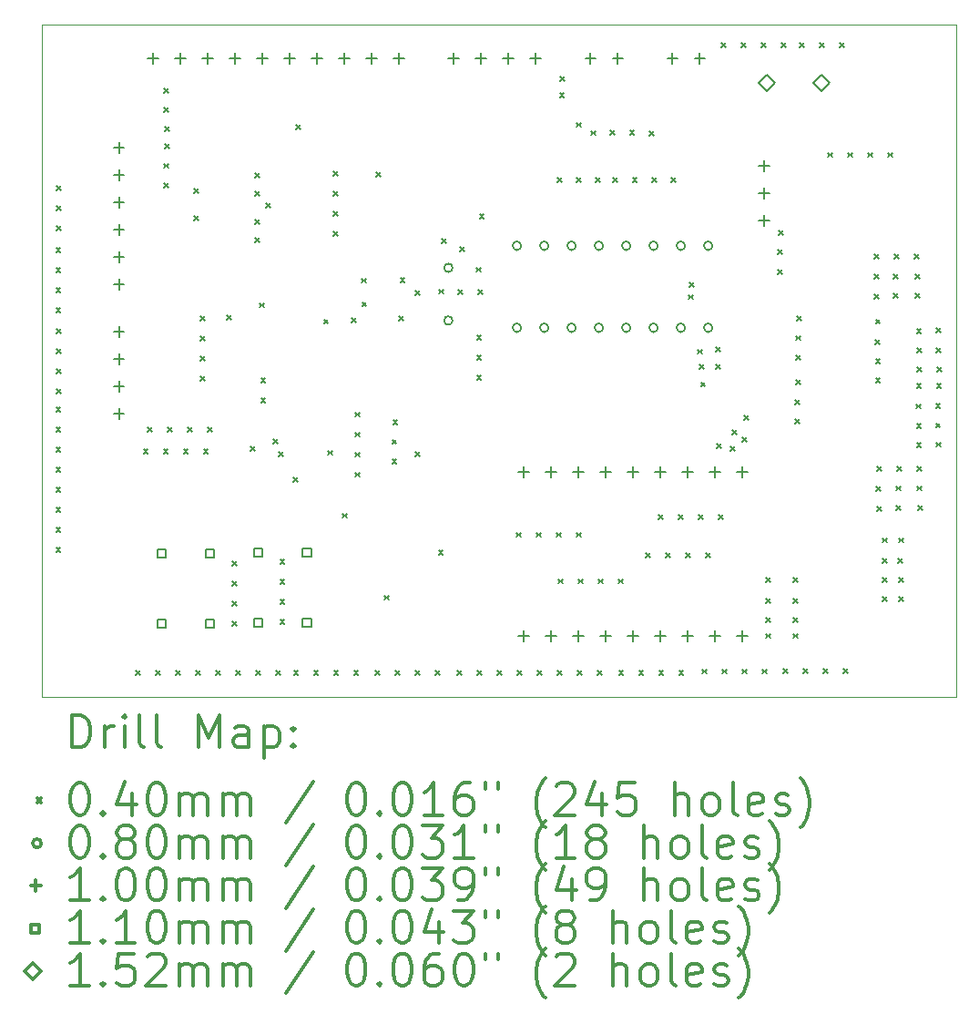
<source format=gbr>
%FSLAX45Y45*%
G04 Gerber Fmt 4.5, Leading zero omitted, Abs format (unit mm)*
G04 Created by KiCad (PCBNEW (5.1.2)-1) date 2019-06-29 15:07:58*
%MOMM*%
%LPD*%
G04 APERTURE LIST*
%ADD10C,0.050000*%
%ADD11C,0.200000*%
%ADD12C,0.300000*%
G04 APERTURE END LIST*
D10*
X10700000Y-12400000D02*
X10700000Y-12246000D01*
X19200000Y-12400000D02*
X10700000Y-12400000D01*
X19200000Y-6150000D02*
X19200000Y-12400000D01*
X10700000Y-6150000D02*
X19200000Y-6150000D01*
X10700000Y-6150000D02*
X10700000Y-12246000D01*
D11*
X10835960Y-8224840D02*
X10875960Y-8264840D01*
X10875960Y-8224840D02*
X10835960Y-8264840D01*
X10835960Y-8411107D02*
X10875960Y-8451107D01*
X10875960Y-8411107D02*
X10835960Y-8451107D01*
X10835960Y-8597373D02*
X10875960Y-8637373D01*
X10875960Y-8597373D02*
X10835960Y-8637373D01*
X10835960Y-8783640D02*
X10875960Y-8823640D01*
X10875960Y-8783640D02*
X10835960Y-8823640D01*
X10835960Y-9708200D02*
X10875960Y-9748200D01*
X10875960Y-9708200D02*
X10835960Y-9748200D01*
X10835960Y-9894467D02*
X10875960Y-9934467D01*
X10875960Y-9894467D02*
X10835960Y-9934467D01*
X10835960Y-10080733D02*
X10875960Y-10120733D01*
X10875960Y-10080733D02*
X10835960Y-10120733D01*
X10835960Y-10267000D02*
X10875960Y-10307000D01*
X10875960Y-10267000D02*
X10835960Y-10307000D01*
X10835960Y-10449880D02*
X10875960Y-10489880D01*
X10875960Y-10449880D02*
X10835960Y-10489880D01*
X10835960Y-10636147D02*
X10875960Y-10676147D01*
X10875960Y-10636147D02*
X10835960Y-10676147D01*
X10835960Y-10822413D02*
X10875960Y-10862413D01*
X10875960Y-10822413D02*
X10835960Y-10862413D01*
X10835960Y-11008680D02*
X10875960Y-11048680D01*
X10875960Y-11008680D02*
X10835960Y-11048680D01*
X10841040Y-7649107D02*
X10881040Y-7689107D01*
X10881040Y-7649107D02*
X10841040Y-7689107D01*
X10841040Y-7835373D02*
X10881040Y-7875373D01*
X10881040Y-7835373D02*
X10841040Y-7875373D01*
X10841040Y-8021640D02*
X10881040Y-8061640D01*
X10881040Y-8021640D02*
X10841040Y-8061640D01*
X10841040Y-8981760D02*
X10881040Y-9021760D01*
X10881040Y-8981760D02*
X10841040Y-9021760D01*
X10841040Y-9168027D02*
X10881040Y-9208027D01*
X10881040Y-9168027D02*
X10841040Y-9208027D01*
X10841040Y-9354293D02*
X10881040Y-9394293D01*
X10881040Y-9354293D02*
X10841040Y-9394293D01*
X10841040Y-9540560D02*
X10881040Y-9580560D01*
X10881040Y-9540560D02*
X10841040Y-9580560D01*
X11577640Y-12151680D02*
X11617640Y-12191680D01*
X11617640Y-12151680D02*
X11577640Y-12191680D01*
X11648760Y-10094280D02*
X11688760Y-10134280D01*
X11688760Y-10094280D02*
X11648760Y-10134280D01*
X11684320Y-9891080D02*
X11724320Y-9931080D01*
X11724320Y-9891080D02*
X11684320Y-9931080D01*
X11763907Y-12151680D02*
X11803907Y-12191680D01*
X11803907Y-12151680D02*
X11763907Y-12191680D01*
X11835027Y-10094280D02*
X11875027Y-10134280D01*
X11875027Y-10094280D02*
X11835027Y-10134280D01*
X11836720Y-7442520D02*
X11876720Y-7482520D01*
X11876720Y-7442520D02*
X11836720Y-7482520D01*
X11836720Y-7625400D02*
X11876720Y-7665400D01*
X11876720Y-7625400D02*
X11836720Y-7665400D01*
X11841800Y-6741480D02*
X11881800Y-6781480D01*
X11881800Y-6741480D02*
X11841800Y-6781480D01*
X11841800Y-6924360D02*
X11881800Y-6964360D01*
X11881800Y-6924360D02*
X11841800Y-6964360D01*
X11845187Y-7259640D02*
X11885187Y-7299640D01*
X11885187Y-7259640D02*
X11845187Y-7299640D01*
X11846880Y-7102160D02*
X11886880Y-7142160D01*
X11886880Y-7102160D02*
X11846880Y-7142160D01*
X11870587Y-9891080D02*
X11910587Y-9931080D01*
X11910587Y-9891080D02*
X11870587Y-9931080D01*
X11950173Y-12151680D02*
X11990173Y-12191680D01*
X11990173Y-12151680D02*
X11950173Y-12191680D01*
X12021293Y-10094280D02*
X12061293Y-10134280D01*
X12061293Y-10094280D02*
X12021293Y-10134280D01*
X12056853Y-9891080D02*
X12096853Y-9931080D01*
X12096853Y-9891080D02*
X12056853Y-9931080D01*
X12121200Y-7676200D02*
X12161200Y-7716200D01*
X12161200Y-7676200D02*
X12121200Y-7716200D01*
X12121200Y-7930200D02*
X12161200Y-7970200D01*
X12161200Y-7930200D02*
X12121200Y-7970200D01*
X12136440Y-12151680D02*
X12176440Y-12191680D01*
X12176440Y-12151680D02*
X12136440Y-12191680D01*
X12177080Y-8859840D02*
X12217080Y-8899840D01*
X12217080Y-8859840D02*
X12177080Y-8899840D01*
X12177080Y-9046107D02*
X12217080Y-9086107D01*
X12217080Y-9046107D02*
X12177080Y-9086107D01*
X12177080Y-9232373D02*
X12217080Y-9272373D01*
X12217080Y-9232373D02*
X12177080Y-9272373D01*
X12177080Y-9418640D02*
X12217080Y-9458640D01*
X12217080Y-9418640D02*
X12177080Y-9458640D01*
X12207560Y-10094280D02*
X12247560Y-10134280D01*
X12247560Y-10094280D02*
X12207560Y-10134280D01*
X12243120Y-9891080D02*
X12283120Y-9931080D01*
X12283120Y-9891080D02*
X12243120Y-9931080D01*
X12319320Y-12151680D02*
X12359320Y-12191680D01*
X12359320Y-12151680D02*
X12319320Y-12191680D01*
X12426000Y-8854760D02*
X12466000Y-8894760D01*
X12466000Y-8854760D02*
X12426000Y-8894760D01*
X12476800Y-11140760D02*
X12516800Y-11180760D01*
X12516800Y-11140760D02*
X12476800Y-11180760D01*
X12476800Y-11327027D02*
X12516800Y-11367027D01*
X12516800Y-11327027D02*
X12476800Y-11367027D01*
X12476800Y-11513293D02*
X12516800Y-11553293D01*
X12516800Y-11513293D02*
X12476800Y-11553293D01*
X12476800Y-11699560D02*
X12516800Y-11739560D01*
X12516800Y-11699560D02*
X12476800Y-11739560D01*
X12505587Y-12151680D02*
X12545587Y-12191680D01*
X12545587Y-12151680D02*
X12505587Y-12191680D01*
X12644440Y-10068880D02*
X12684440Y-10108880D01*
X12684440Y-10068880D02*
X12644440Y-10108880D01*
X12685080Y-7528880D02*
X12725080Y-7568880D01*
X12725080Y-7528880D02*
X12685080Y-7568880D01*
X12685080Y-7701600D02*
X12725080Y-7741600D01*
X12725080Y-7701600D02*
X12685080Y-7741600D01*
X12685080Y-7960680D02*
X12725080Y-8000680D01*
X12725080Y-7960680D02*
X12685080Y-8000680D01*
X12685080Y-8133400D02*
X12725080Y-8173400D01*
X12725080Y-8133400D02*
X12685080Y-8173400D01*
X12691853Y-12151680D02*
X12731853Y-12191680D01*
X12731853Y-12151680D02*
X12691853Y-12191680D01*
X12725720Y-8737920D02*
X12765720Y-8777920D01*
X12765720Y-8737920D02*
X12725720Y-8777920D01*
X12740960Y-9433880D02*
X12780960Y-9473880D01*
X12780960Y-9433880D02*
X12740960Y-9473880D01*
X12740960Y-9620147D02*
X12780960Y-9660147D01*
X12780960Y-9620147D02*
X12740960Y-9660147D01*
X12786680Y-7813360D02*
X12826680Y-7853360D01*
X12826680Y-7813360D02*
X12786680Y-7853360D01*
X12857800Y-10002840D02*
X12897800Y-10042840D01*
X12897800Y-10002840D02*
X12857800Y-10042840D01*
X12878120Y-12151680D02*
X12918120Y-12191680D01*
X12918120Y-12151680D02*
X12878120Y-12191680D01*
X12903520Y-10124760D02*
X12943520Y-10164760D01*
X12943520Y-10124760D02*
X12903520Y-10164760D01*
X12918760Y-11120440D02*
X12958760Y-11160440D01*
X12958760Y-11120440D02*
X12918760Y-11160440D01*
X12918760Y-11306707D02*
X12958760Y-11346707D01*
X12958760Y-11306707D02*
X12918760Y-11346707D01*
X12918760Y-11492973D02*
X12958760Y-11532973D01*
X12958760Y-11492973D02*
X12918760Y-11532973D01*
X12918760Y-11679240D02*
X12958760Y-11719240D01*
X12958760Y-11679240D02*
X12918760Y-11719240D01*
X13041950Y-10362250D02*
X13081950Y-10402250D01*
X13081950Y-10362250D02*
X13041950Y-10402250D01*
X13045760Y-12156760D02*
X13085760Y-12196760D01*
X13085760Y-12156760D02*
X13045760Y-12196760D01*
X13067350Y-7085650D02*
X13107350Y-7125650D01*
X13107350Y-7085650D02*
X13067350Y-7125650D01*
X13232027Y-12156760D02*
X13272027Y-12196760D01*
X13272027Y-12156760D02*
X13232027Y-12196760D01*
X13325160Y-8890320D02*
X13365160Y-8930320D01*
X13365160Y-8890320D02*
X13325160Y-8930320D01*
X13360720Y-10109520D02*
X13400720Y-10149520D01*
X13400720Y-10109520D02*
X13360720Y-10149520D01*
X13416600Y-7513640D02*
X13456600Y-7553640D01*
X13456600Y-7513640D02*
X13416600Y-7553640D01*
X13416600Y-7699907D02*
X13456600Y-7739907D01*
X13456600Y-7699907D02*
X13416600Y-7739907D01*
X13416600Y-7886173D02*
X13456600Y-7926173D01*
X13456600Y-7886173D02*
X13416600Y-7926173D01*
X13416600Y-8072440D02*
X13456600Y-8112440D01*
X13456600Y-8072440D02*
X13416600Y-8112440D01*
X13418293Y-12156760D02*
X13458293Y-12196760D01*
X13458293Y-12156760D02*
X13418293Y-12196760D01*
X13497880Y-10693720D02*
X13537880Y-10733720D01*
X13537880Y-10693720D02*
X13497880Y-10733720D01*
X13580000Y-8880000D02*
X13620000Y-8920000D01*
X13620000Y-8880000D02*
X13580000Y-8920000D01*
X13604560Y-12156760D02*
X13644560Y-12196760D01*
X13644560Y-12156760D02*
X13604560Y-12196760D01*
X13614720Y-9753920D02*
X13654720Y-9793920D01*
X13654720Y-9753920D02*
X13614720Y-9793920D01*
X13614720Y-9940187D02*
X13654720Y-9980187D01*
X13654720Y-9940187D02*
X13614720Y-9980187D01*
X13614720Y-10126453D02*
X13654720Y-10166453D01*
X13654720Y-10126453D02*
X13614720Y-10166453D01*
X13614720Y-10312720D02*
X13654720Y-10352720D01*
X13654720Y-10312720D02*
X13614720Y-10352720D01*
X13675680Y-8509320D02*
X13715680Y-8549320D01*
X13715680Y-8509320D02*
X13675680Y-8549320D01*
X13680000Y-8730000D02*
X13720000Y-8770000D01*
X13720000Y-8730000D02*
X13680000Y-8770000D01*
X13802680Y-12151680D02*
X13842680Y-12191680D01*
X13842680Y-12151680D02*
X13802680Y-12191680D01*
X13812840Y-7523800D02*
X13852840Y-7563800D01*
X13852840Y-7523800D02*
X13812840Y-7563800D01*
X13889040Y-11455720D02*
X13929040Y-11495720D01*
X13929040Y-11455720D02*
X13889040Y-11495720D01*
X13960160Y-10007920D02*
X14000160Y-10047920D01*
X14000160Y-10007920D02*
X13960160Y-10047920D01*
X13960160Y-10190800D02*
X14000160Y-10230800D01*
X14000160Y-10190800D02*
X13960160Y-10230800D01*
X13968627Y-9825040D02*
X14008627Y-9865040D01*
X14008627Y-9825040D02*
X13968627Y-9865040D01*
X13988947Y-12151680D02*
X14028947Y-12191680D01*
X14028947Y-12151680D02*
X13988947Y-12191680D01*
X14021120Y-8858147D02*
X14061120Y-8898147D01*
X14061120Y-8858147D02*
X14021120Y-8898147D01*
X14036360Y-8504240D02*
X14076360Y-8544240D01*
X14076360Y-8504240D02*
X14036360Y-8544240D01*
X14173520Y-10119680D02*
X14213520Y-10159680D01*
X14213520Y-10119680D02*
X14173520Y-10159680D01*
X14175213Y-12151680D02*
X14215213Y-12191680D01*
X14215213Y-12151680D02*
X14175213Y-12191680D01*
X14178600Y-8621080D02*
X14218600Y-8661080D01*
X14218600Y-8621080D02*
X14178600Y-8661080D01*
X14361480Y-12151680D02*
X14401480Y-12191680D01*
X14401480Y-12151680D02*
X14361480Y-12191680D01*
X14391960Y-11039160D02*
X14431960Y-11079160D01*
X14431960Y-11039160D02*
X14391960Y-11079160D01*
X14397040Y-8610920D02*
X14437040Y-8650920D01*
X14437040Y-8610920D02*
X14397040Y-8650920D01*
X14422440Y-8138480D02*
X14462440Y-8178480D01*
X14462440Y-8138480D02*
X14422440Y-8178480D01*
X14564680Y-12156760D02*
X14604680Y-12196760D01*
X14604680Y-12156760D02*
X14564680Y-12196760D01*
X14571453Y-8616000D02*
X14611453Y-8656000D01*
X14611453Y-8616000D02*
X14571453Y-8656000D01*
X14590080Y-8219760D02*
X14630080Y-8259760D01*
X14630080Y-8219760D02*
X14590080Y-8259760D01*
X14742480Y-8407720D02*
X14782480Y-8447720D01*
X14782480Y-8407720D02*
X14742480Y-8447720D01*
X14747560Y-9037640D02*
X14787560Y-9077640D01*
X14787560Y-9037640D02*
X14747560Y-9077640D01*
X14747560Y-9223907D02*
X14787560Y-9263907D01*
X14787560Y-9223907D02*
X14747560Y-9263907D01*
X14747560Y-9410173D02*
X14787560Y-9450173D01*
X14787560Y-9410173D02*
X14747560Y-9450173D01*
X14750947Y-12156760D02*
X14790947Y-12196760D01*
X14790947Y-12156760D02*
X14750947Y-12196760D01*
X14757720Y-8616000D02*
X14797720Y-8656000D01*
X14797720Y-8616000D02*
X14757720Y-8656000D01*
X14772960Y-7909880D02*
X14812960Y-7949880D01*
X14812960Y-7909880D02*
X14772960Y-7949880D01*
X14937213Y-12156760D02*
X14977213Y-12196760D01*
X14977213Y-12156760D02*
X14937213Y-12196760D01*
X15113320Y-10871520D02*
X15153320Y-10911520D01*
X15153320Y-10871520D02*
X15113320Y-10911520D01*
X15123480Y-12156760D02*
X15163480Y-12196760D01*
X15163480Y-12156760D02*
X15123480Y-12196760D01*
X15299587Y-10871520D02*
X15339587Y-10911520D01*
X15339587Y-10871520D02*
X15299587Y-10911520D01*
X15311440Y-12156760D02*
X15351440Y-12196760D01*
X15351440Y-12156760D02*
X15311440Y-12196760D01*
X15485853Y-10871520D02*
X15525853Y-10911520D01*
X15525853Y-10871520D02*
X15485853Y-10911520D01*
X15494320Y-7574600D02*
X15534320Y-7614600D01*
X15534320Y-7574600D02*
X15494320Y-7614600D01*
X15497707Y-12156760D02*
X15537707Y-12196760D01*
X15537707Y-12156760D02*
X15497707Y-12196760D01*
X15504480Y-11303320D02*
X15544480Y-11343320D01*
X15544480Y-11303320D02*
X15504480Y-11343320D01*
X15518450Y-6787200D02*
X15558450Y-6827200D01*
X15558450Y-6787200D02*
X15518450Y-6827200D01*
X15524800Y-6634800D02*
X15564800Y-6674800D01*
X15564800Y-6634800D02*
X15524800Y-6674800D01*
X15672120Y-10871520D02*
X15712120Y-10911520D01*
X15712120Y-10871520D02*
X15672120Y-10911520D01*
X15677200Y-7062208D02*
X15717200Y-7102208D01*
X15717200Y-7062208D02*
X15677200Y-7102208D01*
X15677200Y-7574600D02*
X15717200Y-7614600D01*
X15717200Y-7574600D02*
X15677200Y-7614600D01*
X15683973Y-12156760D02*
X15723973Y-12196760D01*
X15723973Y-12156760D02*
X15683973Y-12196760D01*
X15690747Y-11303320D02*
X15730747Y-11343320D01*
X15730747Y-11303320D02*
X15690747Y-11343320D01*
X15809280Y-7137720D02*
X15849280Y-7177720D01*
X15849280Y-7137720D02*
X15809280Y-7177720D01*
X15855000Y-7574600D02*
X15895000Y-7614600D01*
X15895000Y-7574600D02*
X15855000Y-7614600D01*
X15870240Y-12156760D02*
X15910240Y-12196760D01*
X15910240Y-12156760D02*
X15870240Y-12196760D01*
X15877013Y-11303320D02*
X15917013Y-11343320D01*
X15917013Y-11303320D02*
X15877013Y-11343320D01*
X15987080Y-7132640D02*
X16027080Y-7172640D01*
X16027080Y-7132640D02*
X15987080Y-7172640D01*
X16012480Y-7574600D02*
X16052480Y-7614600D01*
X16052480Y-7574600D02*
X16012480Y-7614600D01*
X16063280Y-11303320D02*
X16103280Y-11343320D01*
X16103280Y-11303320D02*
X16063280Y-11343320D01*
X16068360Y-12156760D02*
X16108360Y-12196760D01*
X16108360Y-12156760D02*
X16068360Y-12196760D01*
X16169960Y-7132640D02*
X16209960Y-7172640D01*
X16209960Y-7132640D02*
X16169960Y-7172640D01*
X16195360Y-7574600D02*
X16235360Y-7614600D01*
X16235360Y-7574600D02*
X16195360Y-7614600D01*
X16254627Y-12156760D02*
X16294627Y-12196760D01*
X16294627Y-12156760D02*
X16254627Y-12196760D01*
X16317280Y-11059480D02*
X16357280Y-11099480D01*
X16357280Y-11059480D02*
X16317280Y-11099480D01*
X16352840Y-7141107D02*
X16392840Y-7181107D01*
X16392840Y-7141107D02*
X16352840Y-7181107D01*
X16378240Y-7574600D02*
X16418240Y-7614600D01*
X16418240Y-7574600D02*
X16378240Y-7614600D01*
X16439200Y-10703880D02*
X16479200Y-10743880D01*
X16479200Y-10703880D02*
X16439200Y-10743880D01*
X16440893Y-12156760D02*
X16480893Y-12196760D01*
X16480893Y-12156760D02*
X16440893Y-12196760D01*
X16503547Y-11059480D02*
X16543547Y-11099480D01*
X16543547Y-11059480D02*
X16503547Y-11099480D01*
X16556040Y-7574600D02*
X16596040Y-7614600D01*
X16596040Y-7574600D02*
X16556040Y-7614600D01*
X16625467Y-10703880D02*
X16665467Y-10743880D01*
X16665467Y-10703880D02*
X16625467Y-10743880D01*
X16627160Y-12156760D02*
X16667160Y-12196760D01*
X16667160Y-12156760D02*
X16627160Y-12196760D01*
X16689813Y-11059480D02*
X16729813Y-11099480D01*
X16729813Y-11059480D02*
X16689813Y-11099480D01*
X16718600Y-8661720D02*
X16758600Y-8701720D01*
X16758600Y-8661720D02*
X16718600Y-8701720D01*
X16723680Y-8544880D02*
X16763680Y-8584880D01*
X16763680Y-8544880D02*
X16723680Y-8584880D01*
X16799880Y-9169720D02*
X16839880Y-9209720D01*
X16839880Y-9169720D02*
X16799880Y-9209720D01*
X16811733Y-10703880D02*
X16851733Y-10743880D01*
X16851733Y-10703880D02*
X16811733Y-10743880D01*
X16820200Y-9311960D02*
X16860200Y-9351960D01*
X16860200Y-9311960D02*
X16820200Y-9351960D01*
X16830360Y-9474520D02*
X16870360Y-9514520D01*
X16870360Y-9474520D02*
X16830360Y-9514520D01*
X16840520Y-12141520D02*
X16880520Y-12181520D01*
X16880520Y-12141520D02*
X16840520Y-12181520D01*
X16876080Y-11059480D02*
X16916080Y-11099480D01*
X16916080Y-11059480D02*
X16876080Y-11099480D01*
X16967520Y-9149400D02*
X17007520Y-9189400D01*
X17007520Y-9149400D02*
X16967520Y-9189400D01*
X16967520Y-9306880D02*
X17007520Y-9346880D01*
X17007520Y-9306880D02*
X16967520Y-9346880D01*
X16977680Y-10043480D02*
X17017680Y-10083480D01*
X17017680Y-10043480D02*
X16977680Y-10083480D01*
X16998000Y-10703880D02*
X17038000Y-10743880D01*
X17038000Y-10703880D02*
X16998000Y-10743880D01*
X17023400Y-6319840D02*
X17063400Y-6359840D01*
X17063400Y-6319840D02*
X17023400Y-6359840D01*
X17026787Y-12141520D02*
X17066787Y-12181520D01*
X17066787Y-12141520D02*
X17026787Y-12181520D01*
X17104680Y-10068880D02*
X17144680Y-10108880D01*
X17144680Y-10068880D02*
X17104680Y-10108880D01*
X17119920Y-9921560D02*
X17159920Y-9961560D01*
X17159920Y-9921560D02*
X17119920Y-9961560D01*
X17209667Y-6319840D02*
X17249667Y-6359840D01*
X17249667Y-6319840D02*
X17209667Y-6359840D01*
X17213053Y-12141520D02*
X17253053Y-12181520D01*
X17253053Y-12141520D02*
X17213053Y-12181520D01*
X17216440Y-9987600D02*
X17256440Y-10027600D01*
X17256440Y-9987600D02*
X17216440Y-10027600D01*
X17231680Y-9784400D02*
X17271680Y-9824400D01*
X17271680Y-9784400D02*
X17231680Y-9824400D01*
X17395933Y-6319840D02*
X17435933Y-6359840D01*
X17435933Y-6319840D02*
X17395933Y-6359840D01*
X17399320Y-12141520D02*
X17439320Y-12181520D01*
X17439320Y-12141520D02*
X17399320Y-12181520D01*
X17434880Y-11293160D02*
X17474880Y-11333160D01*
X17474880Y-11293160D02*
X17434880Y-11333160D01*
X17434880Y-11486200D02*
X17474880Y-11526200D01*
X17474880Y-11486200D02*
X17434880Y-11526200D01*
X17434880Y-11664000D02*
X17474880Y-11704000D01*
X17474880Y-11664000D02*
X17434880Y-11704000D01*
X17434880Y-11811320D02*
X17474880Y-11851320D01*
X17474880Y-11811320D02*
X17434880Y-11851320D01*
X17546640Y-8245160D02*
X17586640Y-8285160D01*
X17586640Y-8245160D02*
X17546640Y-8285160D01*
X17546640Y-8428040D02*
X17586640Y-8468040D01*
X17586640Y-8428040D02*
X17546640Y-8468040D01*
X17555107Y-8062280D02*
X17595107Y-8102280D01*
X17595107Y-8062280D02*
X17555107Y-8102280D01*
X17582200Y-6319840D02*
X17622200Y-6359840D01*
X17622200Y-6319840D02*
X17582200Y-6359840D01*
X17597440Y-12136440D02*
X17637440Y-12176440D01*
X17637440Y-12136440D02*
X17597440Y-12176440D01*
X17688880Y-11293160D02*
X17728880Y-11333160D01*
X17728880Y-11293160D02*
X17688880Y-11333160D01*
X17688880Y-11486200D02*
X17728880Y-11526200D01*
X17728880Y-11486200D02*
X17688880Y-11526200D01*
X17688880Y-11664000D02*
X17728880Y-11704000D01*
X17728880Y-11664000D02*
X17688880Y-11704000D01*
X17688880Y-11811320D02*
X17728880Y-11851320D01*
X17728880Y-11811320D02*
X17688880Y-11851320D01*
X17709200Y-9637080D02*
X17749200Y-9677080D01*
X17749200Y-9637080D02*
X17709200Y-9677080D01*
X17709200Y-9819960D02*
X17749200Y-9859960D01*
X17749200Y-9819960D02*
X17709200Y-9859960D01*
X17714280Y-9042720D02*
X17754280Y-9082720D01*
X17754280Y-9042720D02*
X17714280Y-9082720D01*
X17714280Y-9225600D02*
X17754280Y-9265600D01*
X17754280Y-9225600D02*
X17714280Y-9265600D01*
X17717667Y-9454200D02*
X17757667Y-9494200D01*
X17757667Y-9454200D02*
X17717667Y-9494200D01*
X17722747Y-8859840D02*
X17762747Y-8899840D01*
X17762747Y-8859840D02*
X17722747Y-8899840D01*
X17749840Y-6319840D02*
X17789840Y-6359840D01*
X17789840Y-6319840D02*
X17749840Y-6359840D01*
X17783707Y-12136440D02*
X17823707Y-12176440D01*
X17823707Y-12136440D02*
X17783707Y-12176440D01*
X17936107Y-6319840D02*
X17976107Y-6359840D01*
X17976107Y-6319840D02*
X17936107Y-6359840D01*
X17969973Y-12136440D02*
X18009973Y-12176440D01*
X18009973Y-12136440D02*
X17969973Y-12176440D01*
X18008920Y-7340920D02*
X18048920Y-7380920D01*
X18048920Y-7340920D02*
X18008920Y-7380920D01*
X18122373Y-6319840D02*
X18162373Y-6359840D01*
X18162373Y-6319840D02*
X18122373Y-6359840D01*
X18156240Y-12136440D02*
X18196240Y-12176440D01*
X18196240Y-12136440D02*
X18156240Y-12176440D01*
X18195187Y-7340920D02*
X18235187Y-7380920D01*
X18235187Y-7340920D02*
X18195187Y-7380920D01*
X18381453Y-7340920D02*
X18421453Y-7380920D01*
X18421453Y-7340920D02*
X18381453Y-7380920D01*
X18440720Y-8473760D02*
X18480720Y-8513760D01*
X18480720Y-8473760D02*
X18440720Y-8513760D01*
X18445800Y-8285800D02*
X18485800Y-8325800D01*
X18485800Y-8285800D02*
X18445800Y-8325800D01*
X18445800Y-8656640D02*
X18485800Y-8696640D01*
X18485800Y-8656640D02*
X18445800Y-8696640D01*
X18450880Y-9078280D02*
X18490880Y-9118280D01*
X18490880Y-9078280D02*
X18450880Y-9118280D01*
X18455960Y-8890320D02*
X18495960Y-8930320D01*
X18495960Y-8890320D02*
X18455960Y-8930320D01*
X18455960Y-9261160D02*
X18495960Y-9301160D01*
X18495960Y-9261160D02*
X18455960Y-9301160D01*
X18455960Y-9438960D02*
X18495960Y-9478960D01*
X18495960Y-9438960D02*
X18455960Y-9478960D01*
X18461040Y-10444800D02*
X18501040Y-10484800D01*
X18501040Y-10444800D02*
X18461040Y-10484800D01*
X18466120Y-10256840D02*
X18506120Y-10296840D01*
X18506120Y-10256840D02*
X18466120Y-10296840D01*
X18466120Y-10627680D02*
X18506120Y-10667680D01*
X18506120Y-10627680D02*
X18466120Y-10667680D01*
X18516920Y-11110280D02*
X18556920Y-11150280D01*
X18556920Y-11110280D02*
X18516920Y-11150280D01*
X18522000Y-10922320D02*
X18562000Y-10962320D01*
X18562000Y-10922320D02*
X18522000Y-10962320D01*
X18522000Y-11293160D02*
X18562000Y-11333160D01*
X18562000Y-11293160D02*
X18522000Y-11333160D01*
X18522000Y-11470960D02*
X18562000Y-11510960D01*
X18562000Y-11470960D02*
X18522000Y-11510960D01*
X18567720Y-7340920D02*
X18607720Y-7380920D01*
X18607720Y-7340920D02*
X18567720Y-7380920D01*
X18623600Y-8468680D02*
X18663600Y-8508680D01*
X18663600Y-8468680D02*
X18623600Y-8508680D01*
X18623600Y-8651560D02*
X18663600Y-8691560D01*
X18663600Y-8651560D02*
X18623600Y-8691560D01*
X18632067Y-8285800D02*
X18672067Y-8325800D01*
X18672067Y-8285800D02*
X18632067Y-8325800D01*
X18643920Y-10439720D02*
X18683920Y-10479720D01*
X18683920Y-10439720D02*
X18643920Y-10479720D01*
X18643920Y-10622600D02*
X18683920Y-10662600D01*
X18683920Y-10622600D02*
X18643920Y-10662600D01*
X18652387Y-10256840D02*
X18692387Y-10296840D01*
X18692387Y-10256840D02*
X18652387Y-10296840D01*
X18664240Y-11110280D02*
X18704240Y-11150280D01*
X18704240Y-11110280D02*
X18664240Y-11150280D01*
X18669320Y-10922320D02*
X18709320Y-10962320D01*
X18709320Y-10922320D02*
X18669320Y-10962320D01*
X18669320Y-11293160D02*
X18709320Y-11333160D01*
X18709320Y-11293160D02*
X18669320Y-11333160D01*
X18669320Y-11470960D02*
X18709320Y-11510960D01*
X18709320Y-11470960D02*
X18669320Y-11510960D01*
X18818333Y-8285800D02*
X18858333Y-8325800D01*
X18858333Y-8285800D02*
X18818333Y-8325800D01*
X18821720Y-8468680D02*
X18861720Y-8508680D01*
X18861720Y-8468680D02*
X18821720Y-8508680D01*
X18826800Y-8651560D02*
X18866800Y-8691560D01*
X18866800Y-8651560D02*
X18826800Y-8691560D01*
X18831880Y-9677720D02*
X18871880Y-9717720D01*
X18871880Y-9677720D02*
X18831880Y-9717720D01*
X18836960Y-8976680D02*
X18876960Y-9016680D01*
X18876960Y-8976680D02*
X18836960Y-9016680D01*
X18836960Y-9489760D02*
X18876960Y-9529760D01*
X18876960Y-9489760D02*
X18836960Y-9529760D01*
X18836960Y-9860600D02*
X18876960Y-9900600D01*
X18876960Y-9860600D02*
X18836960Y-9900600D01*
X18836960Y-10038400D02*
X18876960Y-10078400D01*
X18876960Y-10038400D02*
X18836960Y-10078400D01*
X18838653Y-10256840D02*
X18878653Y-10296840D01*
X18878653Y-10256840D02*
X18838653Y-10296840D01*
X18842040Y-9159560D02*
X18882040Y-9199560D01*
X18882040Y-9159560D02*
X18842040Y-9199560D01*
X18842040Y-9337360D02*
X18882040Y-9377360D01*
X18882040Y-9337360D02*
X18842040Y-9377360D01*
X18842040Y-10439720D02*
X18882040Y-10479720D01*
X18882040Y-10439720D02*
X18842040Y-10479720D01*
X18847120Y-10622600D02*
X18887120Y-10662600D01*
X18887120Y-10622600D02*
X18847120Y-10662600D01*
X19014760Y-9672640D02*
X19054760Y-9712640D01*
X19054760Y-9672640D02*
X19014760Y-9712640D01*
X19014760Y-9855520D02*
X19054760Y-9895520D01*
X19054760Y-9855520D02*
X19014760Y-9895520D01*
X19019840Y-8971600D02*
X19059840Y-9011600D01*
X19059840Y-8971600D02*
X19019840Y-9011600D01*
X19019840Y-9154480D02*
X19059840Y-9194480D01*
X19059840Y-9154480D02*
X19019840Y-9194480D01*
X19019840Y-10033320D02*
X19059840Y-10073320D01*
X19059840Y-10033320D02*
X19019840Y-10073320D01*
X19023227Y-9489760D02*
X19063227Y-9529760D01*
X19063227Y-9489760D02*
X19023227Y-9529760D01*
X19024920Y-9332280D02*
X19064920Y-9372280D01*
X19064920Y-9332280D02*
X19024920Y-9372280D01*
X15159200Y-8206000D02*
G75*
G03X15159200Y-8206000I-40000J0D01*
G01*
X15159200Y-8968000D02*
G75*
G03X15159200Y-8968000I-40000J0D01*
G01*
X15413200Y-8206000D02*
G75*
G03X15413200Y-8206000I-40000J0D01*
G01*
X15413200Y-8968000D02*
G75*
G03X15413200Y-8968000I-40000J0D01*
G01*
X15667200Y-8206000D02*
G75*
G03X15667200Y-8206000I-40000J0D01*
G01*
X15667200Y-8968000D02*
G75*
G03X15667200Y-8968000I-40000J0D01*
G01*
X15921200Y-8206000D02*
G75*
G03X15921200Y-8206000I-40000J0D01*
G01*
X15921200Y-8968000D02*
G75*
G03X15921200Y-8968000I-40000J0D01*
G01*
X16175200Y-8206000D02*
G75*
G03X16175200Y-8206000I-40000J0D01*
G01*
X16175200Y-8968000D02*
G75*
G03X16175200Y-8968000I-40000J0D01*
G01*
X16429200Y-8206000D02*
G75*
G03X16429200Y-8206000I-40000J0D01*
G01*
X16429200Y-8968000D02*
G75*
G03X16429200Y-8968000I-40000J0D01*
G01*
X16683200Y-8206000D02*
G75*
G03X16683200Y-8206000I-40000J0D01*
G01*
X16683200Y-8968000D02*
G75*
G03X16683200Y-8968000I-40000J0D01*
G01*
X16937200Y-8206000D02*
G75*
G03X16937200Y-8206000I-40000J0D01*
G01*
X16937200Y-8968000D02*
G75*
G03X16937200Y-8968000I-40000J0D01*
G01*
X14521700Y-8410350D02*
G75*
G03X14521700Y-8410350I-40000J0D01*
G01*
X14521700Y-8900350D02*
G75*
G03X14521700Y-8900350I-40000J0D01*
G01*
X16566050Y-6414800D02*
X16566050Y-6514800D01*
X16516050Y-6464800D02*
X16616050Y-6464800D01*
X16820050Y-6414800D02*
X16820050Y-6514800D01*
X16770050Y-6464800D02*
X16870050Y-6464800D01*
X11419300Y-7244800D02*
X11419300Y-7344800D01*
X11369300Y-7294800D02*
X11469300Y-7294800D01*
X11419300Y-7498800D02*
X11419300Y-7598800D01*
X11369300Y-7548800D02*
X11469300Y-7548800D01*
X11419300Y-7752800D02*
X11419300Y-7852800D01*
X11369300Y-7802800D02*
X11469300Y-7802800D01*
X11419300Y-8006800D02*
X11419300Y-8106800D01*
X11369300Y-8056800D02*
X11469300Y-8056800D01*
X11419300Y-8260800D02*
X11419300Y-8360800D01*
X11369300Y-8310800D02*
X11469300Y-8310800D01*
X11419300Y-8514800D02*
X11419300Y-8614800D01*
X11369300Y-8564800D02*
X11469300Y-8564800D01*
X11733300Y-6414800D02*
X11733300Y-6514800D01*
X11683300Y-6464800D02*
X11783300Y-6464800D01*
X11987300Y-6414800D02*
X11987300Y-6514800D01*
X11937300Y-6464800D02*
X12037300Y-6464800D01*
X12241300Y-6414800D02*
X12241300Y-6514800D01*
X12191300Y-6464800D02*
X12291300Y-6464800D01*
X12495300Y-6414800D02*
X12495300Y-6514800D01*
X12445300Y-6464800D02*
X12545300Y-6464800D01*
X12749300Y-6414800D02*
X12749300Y-6514800D01*
X12699300Y-6464800D02*
X12799300Y-6464800D01*
X13003300Y-6414800D02*
X13003300Y-6514800D01*
X12953300Y-6464800D02*
X13053300Y-6464800D01*
X13257300Y-6414800D02*
X13257300Y-6514800D01*
X13207300Y-6464800D02*
X13307300Y-6464800D01*
X13511300Y-6414800D02*
X13511300Y-6514800D01*
X13461300Y-6464800D02*
X13561300Y-6464800D01*
X13765300Y-6414800D02*
X13765300Y-6514800D01*
X13715300Y-6464800D02*
X13815300Y-6464800D01*
X14019300Y-6414800D02*
X14019300Y-6514800D01*
X13969300Y-6464800D02*
X14069300Y-6464800D01*
X15182700Y-10259500D02*
X15182700Y-10359500D01*
X15132700Y-10309500D02*
X15232700Y-10309500D01*
X15182700Y-11783500D02*
X15182700Y-11883500D01*
X15132700Y-11833500D02*
X15232700Y-11833500D01*
X15436700Y-10259500D02*
X15436700Y-10359500D01*
X15386700Y-10309500D02*
X15486700Y-10309500D01*
X15436700Y-11783500D02*
X15436700Y-11883500D01*
X15386700Y-11833500D02*
X15486700Y-11833500D01*
X15690700Y-10259500D02*
X15690700Y-10359500D01*
X15640700Y-10309500D02*
X15740700Y-10309500D01*
X15690700Y-11783500D02*
X15690700Y-11883500D01*
X15640700Y-11833500D02*
X15740700Y-11833500D01*
X15944700Y-10259500D02*
X15944700Y-10359500D01*
X15894700Y-10309500D02*
X15994700Y-10309500D01*
X15944700Y-11783500D02*
X15944700Y-11883500D01*
X15894700Y-11833500D02*
X15994700Y-11833500D01*
X16198700Y-10259500D02*
X16198700Y-10359500D01*
X16148700Y-10309500D02*
X16248700Y-10309500D01*
X16198700Y-11783500D02*
X16198700Y-11883500D01*
X16148700Y-11833500D02*
X16248700Y-11833500D01*
X16452700Y-10259500D02*
X16452700Y-10359500D01*
X16402700Y-10309500D02*
X16502700Y-10309500D01*
X16452700Y-11783500D02*
X16452700Y-11883500D01*
X16402700Y-11833500D02*
X16502700Y-11833500D01*
X16706700Y-10259500D02*
X16706700Y-10359500D01*
X16656700Y-10309500D02*
X16756700Y-10309500D01*
X16706700Y-11783500D02*
X16706700Y-11883500D01*
X16656700Y-11833500D02*
X16756700Y-11833500D01*
X16960700Y-10259500D02*
X16960700Y-10359500D01*
X16910700Y-10309500D02*
X17010700Y-10309500D01*
X16960700Y-11783500D02*
X16960700Y-11883500D01*
X16910700Y-11833500D02*
X17010700Y-11833500D01*
X17214700Y-10259500D02*
X17214700Y-10359500D01*
X17164700Y-10309500D02*
X17264700Y-10309500D01*
X17214700Y-11783500D02*
X17214700Y-11883500D01*
X17164700Y-11833500D02*
X17264700Y-11833500D01*
X11419300Y-8952800D02*
X11419300Y-9052800D01*
X11369300Y-9002800D02*
X11469300Y-9002800D01*
X11419300Y-9206800D02*
X11419300Y-9306800D01*
X11369300Y-9256800D02*
X11469300Y-9256800D01*
X11419300Y-9460800D02*
X11419300Y-9560800D01*
X11369300Y-9510800D02*
X11469300Y-9510800D01*
X11419300Y-9714800D02*
X11419300Y-9814800D01*
X11369300Y-9764800D02*
X11469300Y-9764800D01*
X14531550Y-6414800D02*
X14531550Y-6514800D01*
X14481550Y-6464800D02*
X14581550Y-6464800D01*
X14785550Y-6414800D02*
X14785550Y-6514800D01*
X14735550Y-6464800D02*
X14835550Y-6464800D01*
X15039550Y-6414800D02*
X15039550Y-6514800D01*
X14989550Y-6464800D02*
X15089550Y-6464800D01*
X15293550Y-6414800D02*
X15293550Y-6514800D01*
X15243550Y-6464800D02*
X15343550Y-6464800D01*
X15803800Y-6414800D02*
X15803800Y-6514800D01*
X15753800Y-6464800D02*
X15853800Y-6464800D01*
X16057800Y-6414800D02*
X16057800Y-6514800D01*
X16007800Y-6464800D02*
X16107800Y-6464800D01*
X17419300Y-7414800D02*
X17419300Y-7514800D01*
X17369300Y-7464800D02*
X17469300Y-7464800D01*
X17419300Y-7668800D02*
X17419300Y-7768800D01*
X17369300Y-7718800D02*
X17469300Y-7718800D01*
X17419300Y-7922800D02*
X17419300Y-8022800D01*
X17369300Y-7972800D02*
X17469300Y-7972800D01*
X12755191Y-11097791D02*
X12755191Y-11020009D01*
X12677409Y-11020009D01*
X12677409Y-11097791D01*
X12755191Y-11097791D01*
X12755191Y-11747791D02*
X12755191Y-11670009D01*
X12677409Y-11670009D01*
X12677409Y-11747791D01*
X12755191Y-11747791D01*
X13205191Y-11097791D02*
X13205191Y-11020009D01*
X13127409Y-11020009D01*
X13127409Y-11097791D01*
X13205191Y-11097791D01*
X13205191Y-11747791D02*
X13205191Y-11670009D01*
X13127409Y-11670009D01*
X13127409Y-11747791D01*
X13205191Y-11747791D01*
X11855191Y-11102791D02*
X11855191Y-11025009D01*
X11777409Y-11025009D01*
X11777409Y-11102791D01*
X11855191Y-11102791D01*
X11855191Y-11752791D02*
X11855191Y-11675009D01*
X11777409Y-11675009D01*
X11777409Y-11752791D01*
X11855191Y-11752791D01*
X12305191Y-11102791D02*
X12305191Y-11025009D01*
X12227409Y-11025009D01*
X12227409Y-11102791D01*
X12305191Y-11102791D01*
X12305191Y-11752791D02*
X12305191Y-11675009D01*
X12227409Y-11675009D01*
X12227409Y-11752791D01*
X12305191Y-11752791D01*
X17444720Y-6765800D02*
X17520720Y-6689800D01*
X17444720Y-6613800D01*
X17368720Y-6689800D01*
X17444720Y-6765800D01*
X17952720Y-6765800D02*
X18028720Y-6689800D01*
X17952720Y-6613800D01*
X17876720Y-6689800D01*
X17952720Y-6765800D01*
D12*
X10983928Y-12868214D02*
X10983928Y-12568214D01*
X11055357Y-12568214D01*
X11098214Y-12582500D01*
X11126786Y-12611071D01*
X11141071Y-12639643D01*
X11155357Y-12696786D01*
X11155357Y-12739643D01*
X11141071Y-12796786D01*
X11126786Y-12825357D01*
X11098214Y-12853929D01*
X11055357Y-12868214D01*
X10983928Y-12868214D01*
X11283928Y-12868214D02*
X11283928Y-12668214D01*
X11283928Y-12725357D02*
X11298214Y-12696786D01*
X11312500Y-12682500D01*
X11341071Y-12668214D01*
X11369643Y-12668214D01*
X11469643Y-12868214D02*
X11469643Y-12668214D01*
X11469643Y-12568214D02*
X11455357Y-12582500D01*
X11469643Y-12596786D01*
X11483928Y-12582500D01*
X11469643Y-12568214D01*
X11469643Y-12596786D01*
X11655357Y-12868214D02*
X11626786Y-12853929D01*
X11612500Y-12825357D01*
X11612500Y-12568214D01*
X11812500Y-12868214D02*
X11783928Y-12853929D01*
X11769643Y-12825357D01*
X11769643Y-12568214D01*
X12155357Y-12868214D02*
X12155357Y-12568214D01*
X12255357Y-12782500D01*
X12355357Y-12568214D01*
X12355357Y-12868214D01*
X12626786Y-12868214D02*
X12626786Y-12711071D01*
X12612500Y-12682500D01*
X12583928Y-12668214D01*
X12526786Y-12668214D01*
X12498214Y-12682500D01*
X12626786Y-12853929D02*
X12598214Y-12868214D01*
X12526786Y-12868214D01*
X12498214Y-12853929D01*
X12483928Y-12825357D01*
X12483928Y-12796786D01*
X12498214Y-12768214D01*
X12526786Y-12753929D01*
X12598214Y-12753929D01*
X12626786Y-12739643D01*
X12769643Y-12668214D02*
X12769643Y-12968214D01*
X12769643Y-12682500D02*
X12798214Y-12668214D01*
X12855357Y-12668214D01*
X12883928Y-12682500D01*
X12898214Y-12696786D01*
X12912500Y-12725357D01*
X12912500Y-12811071D01*
X12898214Y-12839643D01*
X12883928Y-12853929D01*
X12855357Y-12868214D01*
X12798214Y-12868214D01*
X12769643Y-12853929D01*
X13041071Y-12839643D02*
X13055357Y-12853929D01*
X13041071Y-12868214D01*
X13026786Y-12853929D01*
X13041071Y-12839643D01*
X13041071Y-12868214D01*
X13041071Y-12682500D02*
X13055357Y-12696786D01*
X13041071Y-12711071D01*
X13026786Y-12696786D01*
X13041071Y-12682500D01*
X13041071Y-12711071D01*
X10657500Y-13342500D02*
X10697500Y-13382500D01*
X10697500Y-13342500D02*
X10657500Y-13382500D01*
X11041071Y-13198214D02*
X11069643Y-13198214D01*
X11098214Y-13212500D01*
X11112500Y-13226786D01*
X11126786Y-13255357D01*
X11141071Y-13312500D01*
X11141071Y-13383929D01*
X11126786Y-13441071D01*
X11112500Y-13469643D01*
X11098214Y-13483929D01*
X11069643Y-13498214D01*
X11041071Y-13498214D01*
X11012500Y-13483929D01*
X10998214Y-13469643D01*
X10983928Y-13441071D01*
X10969643Y-13383929D01*
X10969643Y-13312500D01*
X10983928Y-13255357D01*
X10998214Y-13226786D01*
X11012500Y-13212500D01*
X11041071Y-13198214D01*
X11269643Y-13469643D02*
X11283928Y-13483929D01*
X11269643Y-13498214D01*
X11255357Y-13483929D01*
X11269643Y-13469643D01*
X11269643Y-13498214D01*
X11541071Y-13298214D02*
X11541071Y-13498214D01*
X11469643Y-13183929D02*
X11398214Y-13398214D01*
X11583928Y-13398214D01*
X11755357Y-13198214D02*
X11783928Y-13198214D01*
X11812500Y-13212500D01*
X11826786Y-13226786D01*
X11841071Y-13255357D01*
X11855357Y-13312500D01*
X11855357Y-13383929D01*
X11841071Y-13441071D01*
X11826786Y-13469643D01*
X11812500Y-13483929D01*
X11783928Y-13498214D01*
X11755357Y-13498214D01*
X11726786Y-13483929D01*
X11712500Y-13469643D01*
X11698214Y-13441071D01*
X11683928Y-13383929D01*
X11683928Y-13312500D01*
X11698214Y-13255357D01*
X11712500Y-13226786D01*
X11726786Y-13212500D01*
X11755357Y-13198214D01*
X11983928Y-13498214D02*
X11983928Y-13298214D01*
X11983928Y-13326786D02*
X11998214Y-13312500D01*
X12026786Y-13298214D01*
X12069643Y-13298214D01*
X12098214Y-13312500D01*
X12112500Y-13341071D01*
X12112500Y-13498214D01*
X12112500Y-13341071D02*
X12126786Y-13312500D01*
X12155357Y-13298214D01*
X12198214Y-13298214D01*
X12226786Y-13312500D01*
X12241071Y-13341071D01*
X12241071Y-13498214D01*
X12383928Y-13498214D02*
X12383928Y-13298214D01*
X12383928Y-13326786D02*
X12398214Y-13312500D01*
X12426786Y-13298214D01*
X12469643Y-13298214D01*
X12498214Y-13312500D01*
X12512500Y-13341071D01*
X12512500Y-13498214D01*
X12512500Y-13341071D02*
X12526786Y-13312500D01*
X12555357Y-13298214D01*
X12598214Y-13298214D01*
X12626786Y-13312500D01*
X12641071Y-13341071D01*
X12641071Y-13498214D01*
X13226786Y-13183929D02*
X12969643Y-13569643D01*
X13612500Y-13198214D02*
X13641071Y-13198214D01*
X13669643Y-13212500D01*
X13683928Y-13226786D01*
X13698214Y-13255357D01*
X13712500Y-13312500D01*
X13712500Y-13383929D01*
X13698214Y-13441071D01*
X13683928Y-13469643D01*
X13669643Y-13483929D01*
X13641071Y-13498214D01*
X13612500Y-13498214D01*
X13583928Y-13483929D01*
X13569643Y-13469643D01*
X13555357Y-13441071D01*
X13541071Y-13383929D01*
X13541071Y-13312500D01*
X13555357Y-13255357D01*
X13569643Y-13226786D01*
X13583928Y-13212500D01*
X13612500Y-13198214D01*
X13841071Y-13469643D02*
X13855357Y-13483929D01*
X13841071Y-13498214D01*
X13826786Y-13483929D01*
X13841071Y-13469643D01*
X13841071Y-13498214D01*
X14041071Y-13198214D02*
X14069643Y-13198214D01*
X14098214Y-13212500D01*
X14112500Y-13226786D01*
X14126786Y-13255357D01*
X14141071Y-13312500D01*
X14141071Y-13383929D01*
X14126786Y-13441071D01*
X14112500Y-13469643D01*
X14098214Y-13483929D01*
X14069643Y-13498214D01*
X14041071Y-13498214D01*
X14012500Y-13483929D01*
X13998214Y-13469643D01*
X13983928Y-13441071D01*
X13969643Y-13383929D01*
X13969643Y-13312500D01*
X13983928Y-13255357D01*
X13998214Y-13226786D01*
X14012500Y-13212500D01*
X14041071Y-13198214D01*
X14426786Y-13498214D02*
X14255357Y-13498214D01*
X14341071Y-13498214D02*
X14341071Y-13198214D01*
X14312500Y-13241071D01*
X14283928Y-13269643D01*
X14255357Y-13283929D01*
X14683928Y-13198214D02*
X14626786Y-13198214D01*
X14598214Y-13212500D01*
X14583928Y-13226786D01*
X14555357Y-13269643D01*
X14541071Y-13326786D01*
X14541071Y-13441071D01*
X14555357Y-13469643D01*
X14569643Y-13483929D01*
X14598214Y-13498214D01*
X14655357Y-13498214D01*
X14683928Y-13483929D01*
X14698214Y-13469643D01*
X14712500Y-13441071D01*
X14712500Y-13369643D01*
X14698214Y-13341071D01*
X14683928Y-13326786D01*
X14655357Y-13312500D01*
X14598214Y-13312500D01*
X14569643Y-13326786D01*
X14555357Y-13341071D01*
X14541071Y-13369643D01*
X14826786Y-13198214D02*
X14826786Y-13255357D01*
X14941071Y-13198214D02*
X14941071Y-13255357D01*
X15383928Y-13612500D02*
X15369643Y-13598214D01*
X15341071Y-13555357D01*
X15326786Y-13526786D01*
X15312500Y-13483929D01*
X15298214Y-13412500D01*
X15298214Y-13355357D01*
X15312500Y-13283929D01*
X15326786Y-13241071D01*
X15341071Y-13212500D01*
X15369643Y-13169643D01*
X15383928Y-13155357D01*
X15483928Y-13226786D02*
X15498214Y-13212500D01*
X15526786Y-13198214D01*
X15598214Y-13198214D01*
X15626786Y-13212500D01*
X15641071Y-13226786D01*
X15655357Y-13255357D01*
X15655357Y-13283929D01*
X15641071Y-13326786D01*
X15469643Y-13498214D01*
X15655357Y-13498214D01*
X15912500Y-13298214D02*
X15912500Y-13498214D01*
X15841071Y-13183929D02*
X15769643Y-13398214D01*
X15955357Y-13398214D01*
X16212500Y-13198214D02*
X16069643Y-13198214D01*
X16055357Y-13341071D01*
X16069643Y-13326786D01*
X16098214Y-13312500D01*
X16169643Y-13312500D01*
X16198214Y-13326786D01*
X16212500Y-13341071D01*
X16226786Y-13369643D01*
X16226786Y-13441071D01*
X16212500Y-13469643D01*
X16198214Y-13483929D01*
X16169643Y-13498214D01*
X16098214Y-13498214D01*
X16069643Y-13483929D01*
X16055357Y-13469643D01*
X16583928Y-13498214D02*
X16583928Y-13198214D01*
X16712500Y-13498214D02*
X16712500Y-13341071D01*
X16698214Y-13312500D01*
X16669643Y-13298214D01*
X16626786Y-13298214D01*
X16598214Y-13312500D01*
X16583928Y-13326786D01*
X16898214Y-13498214D02*
X16869643Y-13483929D01*
X16855357Y-13469643D01*
X16841071Y-13441071D01*
X16841071Y-13355357D01*
X16855357Y-13326786D01*
X16869643Y-13312500D01*
X16898214Y-13298214D01*
X16941071Y-13298214D01*
X16969643Y-13312500D01*
X16983928Y-13326786D01*
X16998214Y-13355357D01*
X16998214Y-13441071D01*
X16983928Y-13469643D01*
X16969643Y-13483929D01*
X16941071Y-13498214D01*
X16898214Y-13498214D01*
X17169643Y-13498214D02*
X17141071Y-13483929D01*
X17126786Y-13455357D01*
X17126786Y-13198214D01*
X17398214Y-13483929D02*
X17369643Y-13498214D01*
X17312500Y-13498214D01*
X17283928Y-13483929D01*
X17269643Y-13455357D01*
X17269643Y-13341071D01*
X17283928Y-13312500D01*
X17312500Y-13298214D01*
X17369643Y-13298214D01*
X17398214Y-13312500D01*
X17412500Y-13341071D01*
X17412500Y-13369643D01*
X17269643Y-13398214D01*
X17526786Y-13483929D02*
X17555357Y-13498214D01*
X17612500Y-13498214D01*
X17641071Y-13483929D01*
X17655357Y-13455357D01*
X17655357Y-13441071D01*
X17641071Y-13412500D01*
X17612500Y-13398214D01*
X17569643Y-13398214D01*
X17541071Y-13383929D01*
X17526786Y-13355357D01*
X17526786Y-13341071D01*
X17541071Y-13312500D01*
X17569643Y-13298214D01*
X17612500Y-13298214D01*
X17641071Y-13312500D01*
X17755357Y-13612500D02*
X17769643Y-13598214D01*
X17798214Y-13555357D01*
X17812500Y-13526786D01*
X17826786Y-13483929D01*
X17841071Y-13412500D01*
X17841071Y-13355357D01*
X17826786Y-13283929D01*
X17812500Y-13241071D01*
X17798214Y-13212500D01*
X17769643Y-13169643D01*
X17755357Y-13155357D01*
X10697500Y-13758500D02*
G75*
G03X10697500Y-13758500I-40000J0D01*
G01*
X11041071Y-13594214D02*
X11069643Y-13594214D01*
X11098214Y-13608500D01*
X11112500Y-13622786D01*
X11126786Y-13651357D01*
X11141071Y-13708500D01*
X11141071Y-13779929D01*
X11126786Y-13837071D01*
X11112500Y-13865643D01*
X11098214Y-13879929D01*
X11069643Y-13894214D01*
X11041071Y-13894214D01*
X11012500Y-13879929D01*
X10998214Y-13865643D01*
X10983928Y-13837071D01*
X10969643Y-13779929D01*
X10969643Y-13708500D01*
X10983928Y-13651357D01*
X10998214Y-13622786D01*
X11012500Y-13608500D01*
X11041071Y-13594214D01*
X11269643Y-13865643D02*
X11283928Y-13879929D01*
X11269643Y-13894214D01*
X11255357Y-13879929D01*
X11269643Y-13865643D01*
X11269643Y-13894214D01*
X11455357Y-13722786D02*
X11426786Y-13708500D01*
X11412500Y-13694214D01*
X11398214Y-13665643D01*
X11398214Y-13651357D01*
X11412500Y-13622786D01*
X11426786Y-13608500D01*
X11455357Y-13594214D01*
X11512500Y-13594214D01*
X11541071Y-13608500D01*
X11555357Y-13622786D01*
X11569643Y-13651357D01*
X11569643Y-13665643D01*
X11555357Y-13694214D01*
X11541071Y-13708500D01*
X11512500Y-13722786D01*
X11455357Y-13722786D01*
X11426786Y-13737071D01*
X11412500Y-13751357D01*
X11398214Y-13779929D01*
X11398214Y-13837071D01*
X11412500Y-13865643D01*
X11426786Y-13879929D01*
X11455357Y-13894214D01*
X11512500Y-13894214D01*
X11541071Y-13879929D01*
X11555357Y-13865643D01*
X11569643Y-13837071D01*
X11569643Y-13779929D01*
X11555357Y-13751357D01*
X11541071Y-13737071D01*
X11512500Y-13722786D01*
X11755357Y-13594214D02*
X11783928Y-13594214D01*
X11812500Y-13608500D01*
X11826786Y-13622786D01*
X11841071Y-13651357D01*
X11855357Y-13708500D01*
X11855357Y-13779929D01*
X11841071Y-13837071D01*
X11826786Y-13865643D01*
X11812500Y-13879929D01*
X11783928Y-13894214D01*
X11755357Y-13894214D01*
X11726786Y-13879929D01*
X11712500Y-13865643D01*
X11698214Y-13837071D01*
X11683928Y-13779929D01*
X11683928Y-13708500D01*
X11698214Y-13651357D01*
X11712500Y-13622786D01*
X11726786Y-13608500D01*
X11755357Y-13594214D01*
X11983928Y-13894214D02*
X11983928Y-13694214D01*
X11983928Y-13722786D02*
X11998214Y-13708500D01*
X12026786Y-13694214D01*
X12069643Y-13694214D01*
X12098214Y-13708500D01*
X12112500Y-13737071D01*
X12112500Y-13894214D01*
X12112500Y-13737071D02*
X12126786Y-13708500D01*
X12155357Y-13694214D01*
X12198214Y-13694214D01*
X12226786Y-13708500D01*
X12241071Y-13737071D01*
X12241071Y-13894214D01*
X12383928Y-13894214D02*
X12383928Y-13694214D01*
X12383928Y-13722786D02*
X12398214Y-13708500D01*
X12426786Y-13694214D01*
X12469643Y-13694214D01*
X12498214Y-13708500D01*
X12512500Y-13737071D01*
X12512500Y-13894214D01*
X12512500Y-13737071D02*
X12526786Y-13708500D01*
X12555357Y-13694214D01*
X12598214Y-13694214D01*
X12626786Y-13708500D01*
X12641071Y-13737071D01*
X12641071Y-13894214D01*
X13226786Y-13579929D02*
X12969643Y-13965643D01*
X13612500Y-13594214D02*
X13641071Y-13594214D01*
X13669643Y-13608500D01*
X13683928Y-13622786D01*
X13698214Y-13651357D01*
X13712500Y-13708500D01*
X13712500Y-13779929D01*
X13698214Y-13837071D01*
X13683928Y-13865643D01*
X13669643Y-13879929D01*
X13641071Y-13894214D01*
X13612500Y-13894214D01*
X13583928Y-13879929D01*
X13569643Y-13865643D01*
X13555357Y-13837071D01*
X13541071Y-13779929D01*
X13541071Y-13708500D01*
X13555357Y-13651357D01*
X13569643Y-13622786D01*
X13583928Y-13608500D01*
X13612500Y-13594214D01*
X13841071Y-13865643D02*
X13855357Y-13879929D01*
X13841071Y-13894214D01*
X13826786Y-13879929D01*
X13841071Y-13865643D01*
X13841071Y-13894214D01*
X14041071Y-13594214D02*
X14069643Y-13594214D01*
X14098214Y-13608500D01*
X14112500Y-13622786D01*
X14126786Y-13651357D01*
X14141071Y-13708500D01*
X14141071Y-13779929D01*
X14126786Y-13837071D01*
X14112500Y-13865643D01*
X14098214Y-13879929D01*
X14069643Y-13894214D01*
X14041071Y-13894214D01*
X14012500Y-13879929D01*
X13998214Y-13865643D01*
X13983928Y-13837071D01*
X13969643Y-13779929D01*
X13969643Y-13708500D01*
X13983928Y-13651357D01*
X13998214Y-13622786D01*
X14012500Y-13608500D01*
X14041071Y-13594214D01*
X14241071Y-13594214D02*
X14426786Y-13594214D01*
X14326786Y-13708500D01*
X14369643Y-13708500D01*
X14398214Y-13722786D01*
X14412500Y-13737071D01*
X14426786Y-13765643D01*
X14426786Y-13837071D01*
X14412500Y-13865643D01*
X14398214Y-13879929D01*
X14369643Y-13894214D01*
X14283928Y-13894214D01*
X14255357Y-13879929D01*
X14241071Y-13865643D01*
X14712500Y-13894214D02*
X14541071Y-13894214D01*
X14626786Y-13894214D02*
X14626786Y-13594214D01*
X14598214Y-13637071D01*
X14569643Y-13665643D01*
X14541071Y-13679929D01*
X14826786Y-13594214D02*
X14826786Y-13651357D01*
X14941071Y-13594214D02*
X14941071Y-13651357D01*
X15383928Y-14008500D02*
X15369643Y-13994214D01*
X15341071Y-13951357D01*
X15326786Y-13922786D01*
X15312500Y-13879929D01*
X15298214Y-13808500D01*
X15298214Y-13751357D01*
X15312500Y-13679929D01*
X15326786Y-13637071D01*
X15341071Y-13608500D01*
X15369643Y-13565643D01*
X15383928Y-13551357D01*
X15655357Y-13894214D02*
X15483928Y-13894214D01*
X15569643Y-13894214D02*
X15569643Y-13594214D01*
X15541071Y-13637071D01*
X15512500Y-13665643D01*
X15483928Y-13679929D01*
X15826786Y-13722786D02*
X15798214Y-13708500D01*
X15783928Y-13694214D01*
X15769643Y-13665643D01*
X15769643Y-13651357D01*
X15783928Y-13622786D01*
X15798214Y-13608500D01*
X15826786Y-13594214D01*
X15883928Y-13594214D01*
X15912500Y-13608500D01*
X15926786Y-13622786D01*
X15941071Y-13651357D01*
X15941071Y-13665643D01*
X15926786Y-13694214D01*
X15912500Y-13708500D01*
X15883928Y-13722786D01*
X15826786Y-13722786D01*
X15798214Y-13737071D01*
X15783928Y-13751357D01*
X15769643Y-13779929D01*
X15769643Y-13837071D01*
X15783928Y-13865643D01*
X15798214Y-13879929D01*
X15826786Y-13894214D01*
X15883928Y-13894214D01*
X15912500Y-13879929D01*
X15926786Y-13865643D01*
X15941071Y-13837071D01*
X15941071Y-13779929D01*
X15926786Y-13751357D01*
X15912500Y-13737071D01*
X15883928Y-13722786D01*
X16298214Y-13894214D02*
X16298214Y-13594214D01*
X16426786Y-13894214D02*
X16426786Y-13737071D01*
X16412500Y-13708500D01*
X16383928Y-13694214D01*
X16341071Y-13694214D01*
X16312500Y-13708500D01*
X16298214Y-13722786D01*
X16612500Y-13894214D02*
X16583928Y-13879929D01*
X16569643Y-13865643D01*
X16555357Y-13837071D01*
X16555357Y-13751357D01*
X16569643Y-13722786D01*
X16583928Y-13708500D01*
X16612500Y-13694214D01*
X16655357Y-13694214D01*
X16683928Y-13708500D01*
X16698214Y-13722786D01*
X16712500Y-13751357D01*
X16712500Y-13837071D01*
X16698214Y-13865643D01*
X16683928Y-13879929D01*
X16655357Y-13894214D01*
X16612500Y-13894214D01*
X16883928Y-13894214D02*
X16855357Y-13879929D01*
X16841071Y-13851357D01*
X16841071Y-13594214D01*
X17112500Y-13879929D02*
X17083928Y-13894214D01*
X17026786Y-13894214D01*
X16998214Y-13879929D01*
X16983928Y-13851357D01*
X16983928Y-13737071D01*
X16998214Y-13708500D01*
X17026786Y-13694214D01*
X17083928Y-13694214D01*
X17112500Y-13708500D01*
X17126786Y-13737071D01*
X17126786Y-13765643D01*
X16983928Y-13794214D01*
X17241071Y-13879929D02*
X17269643Y-13894214D01*
X17326786Y-13894214D01*
X17355357Y-13879929D01*
X17369643Y-13851357D01*
X17369643Y-13837071D01*
X17355357Y-13808500D01*
X17326786Y-13794214D01*
X17283928Y-13794214D01*
X17255357Y-13779929D01*
X17241071Y-13751357D01*
X17241071Y-13737071D01*
X17255357Y-13708500D01*
X17283928Y-13694214D01*
X17326786Y-13694214D01*
X17355357Y-13708500D01*
X17469643Y-14008500D02*
X17483928Y-13994214D01*
X17512500Y-13951357D01*
X17526786Y-13922786D01*
X17541071Y-13879929D01*
X17555357Y-13808500D01*
X17555357Y-13751357D01*
X17541071Y-13679929D01*
X17526786Y-13637071D01*
X17512500Y-13608500D01*
X17483928Y-13565643D01*
X17469643Y-13551357D01*
X10647500Y-14104500D02*
X10647500Y-14204500D01*
X10597500Y-14154500D02*
X10697500Y-14154500D01*
X11141071Y-14290214D02*
X10969643Y-14290214D01*
X11055357Y-14290214D02*
X11055357Y-13990214D01*
X11026786Y-14033071D01*
X10998214Y-14061643D01*
X10969643Y-14075929D01*
X11269643Y-14261643D02*
X11283928Y-14275929D01*
X11269643Y-14290214D01*
X11255357Y-14275929D01*
X11269643Y-14261643D01*
X11269643Y-14290214D01*
X11469643Y-13990214D02*
X11498214Y-13990214D01*
X11526786Y-14004500D01*
X11541071Y-14018786D01*
X11555357Y-14047357D01*
X11569643Y-14104500D01*
X11569643Y-14175929D01*
X11555357Y-14233071D01*
X11541071Y-14261643D01*
X11526786Y-14275929D01*
X11498214Y-14290214D01*
X11469643Y-14290214D01*
X11441071Y-14275929D01*
X11426786Y-14261643D01*
X11412500Y-14233071D01*
X11398214Y-14175929D01*
X11398214Y-14104500D01*
X11412500Y-14047357D01*
X11426786Y-14018786D01*
X11441071Y-14004500D01*
X11469643Y-13990214D01*
X11755357Y-13990214D02*
X11783928Y-13990214D01*
X11812500Y-14004500D01*
X11826786Y-14018786D01*
X11841071Y-14047357D01*
X11855357Y-14104500D01*
X11855357Y-14175929D01*
X11841071Y-14233071D01*
X11826786Y-14261643D01*
X11812500Y-14275929D01*
X11783928Y-14290214D01*
X11755357Y-14290214D01*
X11726786Y-14275929D01*
X11712500Y-14261643D01*
X11698214Y-14233071D01*
X11683928Y-14175929D01*
X11683928Y-14104500D01*
X11698214Y-14047357D01*
X11712500Y-14018786D01*
X11726786Y-14004500D01*
X11755357Y-13990214D01*
X11983928Y-14290214D02*
X11983928Y-14090214D01*
X11983928Y-14118786D02*
X11998214Y-14104500D01*
X12026786Y-14090214D01*
X12069643Y-14090214D01*
X12098214Y-14104500D01*
X12112500Y-14133071D01*
X12112500Y-14290214D01*
X12112500Y-14133071D02*
X12126786Y-14104500D01*
X12155357Y-14090214D01*
X12198214Y-14090214D01*
X12226786Y-14104500D01*
X12241071Y-14133071D01*
X12241071Y-14290214D01*
X12383928Y-14290214D02*
X12383928Y-14090214D01*
X12383928Y-14118786D02*
X12398214Y-14104500D01*
X12426786Y-14090214D01*
X12469643Y-14090214D01*
X12498214Y-14104500D01*
X12512500Y-14133071D01*
X12512500Y-14290214D01*
X12512500Y-14133071D02*
X12526786Y-14104500D01*
X12555357Y-14090214D01*
X12598214Y-14090214D01*
X12626786Y-14104500D01*
X12641071Y-14133071D01*
X12641071Y-14290214D01*
X13226786Y-13975929D02*
X12969643Y-14361643D01*
X13612500Y-13990214D02*
X13641071Y-13990214D01*
X13669643Y-14004500D01*
X13683928Y-14018786D01*
X13698214Y-14047357D01*
X13712500Y-14104500D01*
X13712500Y-14175929D01*
X13698214Y-14233071D01*
X13683928Y-14261643D01*
X13669643Y-14275929D01*
X13641071Y-14290214D01*
X13612500Y-14290214D01*
X13583928Y-14275929D01*
X13569643Y-14261643D01*
X13555357Y-14233071D01*
X13541071Y-14175929D01*
X13541071Y-14104500D01*
X13555357Y-14047357D01*
X13569643Y-14018786D01*
X13583928Y-14004500D01*
X13612500Y-13990214D01*
X13841071Y-14261643D02*
X13855357Y-14275929D01*
X13841071Y-14290214D01*
X13826786Y-14275929D01*
X13841071Y-14261643D01*
X13841071Y-14290214D01*
X14041071Y-13990214D02*
X14069643Y-13990214D01*
X14098214Y-14004500D01*
X14112500Y-14018786D01*
X14126786Y-14047357D01*
X14141071Y-14104500D01*
X14141071Y-14175929D01*
X14126786Y-14233071D01*
X14112500Y-14261643D01*
X14098214Y-14275929D01*
X14069643Y-14290214D01*
X14041071Y-14290214D01*
X14012500Y-14275929D01*
X13998214Y-14261643D01*
X13983928Y-14233071D01*
X13969643Y-14175929D01*
X13969643Y-14104500D01*
X13983928Y-14047357D01*
X13998214Y-14018786D01*
X14012500Y-14004500D01*
X14041071Y-13990214D01*
X14241071Y-13990214D02*
X14426786Y-13990214D01*
X14326786Y-14104500D01*
X14369643Y-14104500D01*
X14398214Y-14118786D01*
X14412500Y-14133071D01*
X14426786Y-14161643D01*
X14426786Y-14233071D01*
X14412500Y-14261643D01*
X14398214Y-14275929D01*
X14369643Y-14290214D01*
X14283928Y-14290214D01*
X14255357Y-14275929D01*
X14241071Y-14261643D01*
X14569643Y-14290214D02*
X14626786Y-14290214D01*
X14655357Y-14275929D01*
X14669643Y-14261643D01*
X14698214Y-14218786D01*
X14712500Y-14161643D01*
X14712500Y-14047357D01*
X14698214Y-14018786D01*
X14683928Y-14004500D01*
X14655357Y-13990214D01*
X14598214Y-13990214D01*
X14569643Y-14004500D01*
X14555357Y-14018786D01*
X14541071Y-14047357D01*
X14541071Y-14118786D01*
X14555357Y-14147357D01*
X14569643Y-14161643D01*
X14598214Y-14175929D01*
X14655357Y-14175929D01*
X14683928Y-14161643D01*
X14698214Y-14147357D01*
X14712500Y-14118786D01*
X14826786Y-13990214D02*
X14826786Y-14047357D01*
X14941071Y-13990214D02*
X14941071Y-14047357D01*
X15383928Y-14404500D02*
X15369643Y-14390214D01*
X15341071Y-14347357D01*
X15326786Y-14318786D01*
X15312500Y-14275929D01*
X15298214Y-14204500D01*
X15298214Y-14147357D01*
X15312500Y-14075929D01*
X15326786Y-14033071D01*
X15341071Y-14004500D01*
X15369643Y-13961643D01*
X15383928Y-13947357D01*
X15626786Y-14090214D02*
X15626786Y-14290214D01*
X15555357Y-13975929D02*
X15483928Y-14190214D01*
X15669643Y-14190214D01*
X15798214Y-14290214D02*
X15855357Y-14290214D01*
X15883928Y-14275929D01*
X15898214Y-14261643D01*
X15926786Y-14218786D01*
X15941071Y-14161643D01*
X15941071Y-14047357D01*
X15926786Y-14018786D01*
X15912500Y-14004500D01*
X15883928Y-13990214D01*
X15826786Y-13990214D01*
X15798214Y-14004500D01*
X15783928Y-14018786D01*
X15769643Y-14047357D01*
X15769643Y-14118786D01*
X15783928Y-14147357D01*
X15798214Y-14161643D01*
X15826786Y-14175929D01*
X15883928Y-14175929D01*
X15912500Y-14161643D01*
X15926786Y-14147357D01*
X15941071Y-14118786D01*
X16298214Y-14290214D02*
X16298214Y-13990214D01*
X16426786Y-14290214D02*
X16426786Y-14133071D01*
X16412500Y-14104500D01*
X16383928Y-14090214D01*
X16341071Y-14090214D01*
X16312500Y-14104500D01*
X16298214Y-14118786D01*
X16612500Y-14290214D02*
X16583928Y-14275929D01*
X16569643Y-14261643D01*
X16555357Y-14233071D01*
X16555357Y-14147357D01*
X16569643Y-14118786D01*
X16583928Y-14104500D01*
X16612500Y-14090214D01*
X16655357Y-14090214D01*
X16683928Y-14104500D01*
X16698214Y-14118786D01*
X16712500Y-14147357D01*
X16712500Y-14233071D01*
X16698214Y-14261643D01*
X16683928Y-14275929D01*
X16655357Y-14290214D01*
X16612500Y-14290214D01*
X16883928Y-14290214D02*
X16855357Y-14275929D01*
X16841071Y-14247357D01*
X16841071Y-13990214D01*
X17112500Y-14275929D02*
X17083928Y-14290214D01*
X17026786Y-14290214D01*
X16998214Y-14275929D01*
X16983928Y-14247357D01*
X16983928Y-14133071D01*
X16998214Y-14104500D01*
X17026786Y-14090214D01*
X17083928Y-14090214D01*
X17112500Y-14104500D01*
X17126786Y-14133071D01*
X17126786Y-14161643D01*
X16983928Y-14190214D01*
X17241071Y-14275929D02*
X17269643Y-14290214D01*
X17326786Y-14290214D01*
X17355357Y-14275929D01*
X17369643Y-14247357D01*
X17369643Y-14233071D01*
X17355357Y-14204500D01*
X17326786Y-14190214D01*
X17283928Y-14190214D01*
X17255357Y-14175929D01*
X17241071Y-14147357D01*
X17241071Y-14133071D01*
X17255357Y-14104500D01*
X17283928Y-14090214D01*
X17326786Y-14090214D01*
X17355357Y-14104500D01*
X17469643Y-14404500D02*
X17483928Y-14390214D01*
X17512500Y-14347357D01*
X17526786Y-14318786D01*
X17541071Y-14275929D01*
X17555357Y-14204500D01*
X17555357Y-14147357D01*
X17541071Y-14075929D01*
X17526786Y-14033071D01*
X17512500Y-14004500D01*
X17483928Y-13961643D01*
X17469643Y-13947357D01*
X10681391Y-14589391D02*
X10681391Y-14511609D01*
X10603609Y-14511609D01*
X10603609Y-14589391D01*
X10681391Y-14589391D01*
X11141071Y-14686214D02*
X10969643Y-14686214D01*
X11055357Y-14686214D02*
X11055357Y-14386214D01*
X11026786Y-14429071D01*
X10998214Y-14457643D01*
X10969643Y-14471929D01*
X11269643Y-14657643D02*
X11283928Y-14671929D01*
X11269643Y-14686214D01*
X11255357Y-14671929D01*
X11269643Y-14657643D01*
X11269643Y-14686214D01*
X11569643Y-14686214D02*
X11398214Y-14686214D01*
X11483928Y-14686214D02*
X11483928Y-14386214D01*
X11455357Y-14429071D01*
X11426786Y-14457643D01*
X11398214Y-14471929D01*
X11755357Y-14386214D02*
X11783928Y-14386214D01*
X11812500Y-14400500D01*
X11826786Y-14414786D01*
X11841071Y-14443357D01*
X11855357Y-14500500D01*
X11855357Y-14571929D01*
X11841071Y-14629071D01*
X11826786Y-14657643D01*
X11812500Y-14671929D01*
X11783928Y-14686214D01*
X11755357Y-14686214D01*
X11726786Y-14671929D01*
X11712500Y-14657643D01*
X11698214Y-14629071D01*
X11683928Y-14571929D01*
X11683928Y-14500500D01*
X11698214Y-14443357D01*
X11712500Y-14414786D01*
X11726786Y-14400500D01*
X11755357Y-14386214D01*
X11983928Y-14686214D02*
X11983928Y-14486214D01*
X11983928Y-14514786D02*
X11998214Y-14500500D01*
X12026786Y-14486214D01*
X12069643Y-14486214D01*
X12098214Y-14500500D01*
X12112500Y-14529071D01*
X12112500Y-14686214D01*
X12112500Y-14529071D02*
X12126786Y-14500500D01*
X12155357Y-14486214D01*
X12198214Y-14486214D01*
X12226786Y-14500500D01*
X12241071Y-14529071D01*
X12241071Y-14686214D01*
X12383928Y-14686214D02*
X12383928Y-14486214D01*
X12383928Y-14514786D02*
X12398214Y-14500500D01*
X12426786Y-14486214D01*
X12469643Y-14486214D01*
X12498214Y-14500500D01*
X12512500Y-14529071D01*
X12512500Y-14686214D01*
X12512500Y-14529071D02*
X12526786Y-14500500D01*
X12555357Y-14486214D01*
X12598214Y-14486214D01*
X12626786Y-14500500D01*
X12641071Y-14529071D01*
X12641071Y-14686214D01*
X13226786Y-14371929D02*
X12969643Y-14757643D01*
X13612500Y-14386214D02*
X13641071Y-14386214D01*
X13669643Y-14400500D01*
X13683928Y-14414786D01*
X13698214Y-14443357D01*
X13712500Y-14500500D01*
X13712500Y-14571929D01*
X13698214Y-14629071D01*
X13683928Y-14657643D01*
X13669643Y-14671929D01*
X13641071Y-14686214D01*
X13612500Y-14686214D01*
X13583928Y-14671929D01*
X13569643Y-14657643D01*
X13555357Y-14629071D01*
X13541071Y-14571929D01*
X13541071Y-14500500D01*
X13555357Y-14443357D01*
X13569643Y-14414786D01*
X13583928Y-14400500D01*
X13612500Y-14386214D01*
X13841071Y-14657643D02*
X13855357Y-14671929D01*
X13841071Y-14686214D01*
X13826786Y-14671929D01*
X13841071Y-14657643D01*
X13841071Y-14686214D01*
X14041071Y-14386214D02*
X14069643Y-14386214D01*
X14098214Y-14400500D01*
X14112500Y-14414786D01*
X14126786Y-14443357D01*
X14141071Y-14500500D01*
X14141071Y-14571929D01*
X14126786Y-14629071D01*
X14112500Y-14657643D01*
X14098214Y-14671929D01*
X14069643Y-14686214D01*
X14041071Y-14686214D01*
X14012500Y-14671929D01*
X13998214Y-14657643D01*
X13983928Y-14629071D01*
X13969643Y-14571929D01*
X13969643Y-14500500D01*
X13983928Y-14443357D01*
X13998214Y-14414786D01*
X14012500Y-14400500D01*
X14041071Y-14386214D01*
X14398214Y-14486214D02*
X14398214Y-14686214D01*
X14326786Y-14371929D02*
X14255357Y-14586214D01*
X14441071Y-14586214D01*
X14526786Y-14386214D02*
X14712500Y-14386214D01*
X14612500Y-14500500D01*
X14655357Y-14500500D01*
X14683928Y-14514786D01*
X14698214Y-14529071D01*
X14712500Y-14557643D01*
X14712500Y-14629071D01*
X14698214Y-14657643D01*
X14683928Y-14671929D01*
X14655357Y-14686214D01*
X14569643Y-14686214D01*
X14541071Y-14671929D01*
X14526786Y-14657643D01*
X14826786Y-14386214D02*
X14826786Y-14443357D01*
X14941071Y-14386214D02*
X14941071Y-14443357D01*
X15383928Y-14800500D02*
X15369643Y-14786214D01*
X15341071Y-14743357D01*
X15326786Y-14714786D01*
X15312500Y-14671929D01*
X15298214Y-14600500D01*
X15298214Y-14543357D01*
X15312500Y-14471929D01*
X15326786Y-14429071D01*
X15341071Y-14400500D01*
X15369643Y-14357643D01*
X15383928Y-14343357D01*
X15541071Y-14514786D02*
X15512500Y-14500500D01*
X15498214Y-14486214D01*
X15483928Y-14457643D01*
X15483928Y-14443357D01*
X15498214Y-14414786D01*
X15512500Y-14400500D01*
X15541071Y-14386214D01*
X15598214Y-14386214D01*
X15626786Y-14400500D01*
X15641071Y-14414786D01*
X15655357Y-14443357D01*
X15655357Y-14457643D01*
X15641071Y-14486214D01*
X15626786Y-14500500D01*
X15598214Y-14514786D01*
X15541071Y-14514786D01*
X15512500Y-14529071D01*
X15498214Y-14543357D01*
X15483928Y-14571929D01*
X15483928Y-14629071D01*
X15498214Y-14657643D01*
X15512500Y-14671929D01*
X15541071Y-14686214D01*
X15598214Y-14686214D01*
X15626786Y-14671929D01*
X15641071Y-14657643D01*
X15655357Y-14629071D01*
X15655357Y-14571929D01*
X15641071Y-14543357D01*
X15626786Y-14529071D01*
X15598214Y-14514786D01*
X16012500Y-14686214D02*
X16012500Y-14386214D01*
X16141071Y-14686214D02*
X16141071Y-14529071D01*
X16126786Y-14500500D01*
X16098214Y-14486214D01*
X16055357Y-14486214D01*
X16026786Y-14500500D01*
X16012500Y-14514786D01*
X16326786Y-14686214D02*
X16298214Y-14671929D01*
X16283928Y-14657643D01*
X16269643Y-14629071D01*
X16269643Y-14543357D01*
X16283928Y-14514786D01*
X16298214Y-14500500D01*
X16326786Y-14486214D01*
X16369643Y-14486214D01*
X16398214Y-14500500D01*
X16412500Y-14514786D01*
X16426786Y-14543357D01*
X16426786Y-14629071D01*
X16412500Y-14657643D01*
X16398214Y-14671929D01*
X16369643Y-14686214D01*
X16326786Y-14686214D01*
X16598214Y-14686214D02*
X16569643Y-14671929D01*
X16555357Y-14643357D01*
X16555357Y-14386214D01*
X16826786Y-14671929D02*
X16798214Y-14686214D01*
X16741071Y-14686214D01*
X16712500Y-14671929D01*
X16698214Y-14643357D01*
X16698214Y-14529071D01*
X16712500Y-14500500D01*
X16741071Y-14486214D01*
X16798214Y-14486214D01*
X16826786Y-14500500D01*
X16841071Y-14529071D01*
X16841071Y-14557643D01*
X16698214Y-14586214D01*
X16955357Y-14671929D02*
X16983928Y-14686214D01*
X17041071Y-14686214D01*
X17069643Y-14671929D01*
X17083928Y-14643357D01*
X17083928Y-14629071D01*
X17069643Y-14600500D01*
X17041071Y-14586214D01*
X16998214Y-14586214D01*
X16969643Y-14571929D01*
X16955357Y-14543357D01*
X16955357Y-14529071D01*
X16969643Y-14500500D01*
X16998214Y-14486214D01*
X17041071Y-14486214D01*
X17069643Y-14500500D01*
X17183928Y-14800500D02*
X17198214Y-14786214D01*
X17226786Y-14743357D01*
X17241071Y-14714786D01*
X17255357Y-14671929D01*
X17269643Y-14600500D01*
X17269643Y-14543357D01*
X17255357Y-14471929D01*
X17241071Y-14429071D01*
X17226786Y-14400500D01*
X17198214Y-14357643D01*
X17183928Y-14343357D01*
X10621500Y-15022500D02*
X10697500Y-14946500D01*
X10621500Y-14870500D01*
X10545500Y-14946500D01*
X10621500Y-15022500D01*
X11141071Y-15082214D02*
X10969643Y-15082214D01*
X11055357Y-15082214D02*
X11055357Y-14782214D01*
X11026786Y-14825071D01*
X10998214Y-14853643D01*
X10969643Y-14867929D01*
X11269643Y-15053643D02*
X11283928Y-15067929D01*
X11269643Y-15082214D01*
X11255357Y-15067929D01*
X11269643Y-15053643D01*
X11269643Y-15082214D01*
X11555357Y-14782214D02*
X11412500Y-14782214D01*
X11398214Y-14925071D01*
X11412500Y-14910786D01*
X11441071Y-14896500D01*
X11512500Y-14896500D01*
X11541071Y-14910786D01*
X11555357Y-14925071D01*
X11569643Y-14953643D01*
X11569643Y-15025071D01*
X11555357Y-15053643D01*
X11541071Y-15067929D01*
X11512500Y-15082214D01*
X11441071Y-15082214D01*
X11412500Y-15067929D01*
X11398214Y-15053643D01*
X11683928Y-14810786D02*
X11698214Y-14796500D01*
X11726786Y-14782214D01*
X11798214Y-14782214D01*
X11826786Y-14796500D01*
X11841071Y-14810786D01*
X11855357Y-14839357D01*
X11855357Y-14867929D01*
X11841071Y-14910786D01*
X11669643Y-15082214D01*
X11855357Y-15082214D01*
X11983928Y-15082214D02*
X11983928Y-14882214D01*
X11983928Y-14910786D02*
X11998214Y-14896500D01*
X12026786Y-14882214D01*
X12069643Y-14882214D01*
X12098214Y-14896500D01*
X12112500Y-14925071D01*
X12112500Y-15082214D01*
X12112500Y-14925071D02*
X12126786Y-14896500D01*
X12155357Y-14882214D01*
X12198214Y-14882214D01*
X12226786Y-14896500D01*
X12241071Y-14925071D01*
X12241071Y-15082214D01*
X12383928Y-15082214D02*
X12383928Y-14882214D01*
X12383928Y-14910786D02*
X12398214Y-14896500D01*
X12426786Y-14882214D01*
X12469643Y-14882214D01*
X12498214Y-14896500D01*
X12512500Y-14925071D01*
X12512500Y-15082214D01*
X12512500Y-14925071D02*
X12526786Y-14896500D01*
X12555357Y-14882214D01*
X12598214Y-14882214D01*
X12626786Y-14896500D01*
X12641071Y-14925071D01*
X12641071Y-15082214D01*
X13226786Y-14767929D02*
X12969643Y-15153643D01*
X13612500Y-14782214D02*
X13641071Y-14782214D01*
X13669643Y-14796500D01*
X13683928Y-14810786D01*
X13698214Y-14839357D01*
X13712500Y-14896500D01*
X13712500Y-14967929D01*
X13698214Y-15025071D01*
X13683928Y-15053643D01*
X13669643Y-15067929D01*
X13641071Y-15082214D01*
X13612500Y-15082214D01*
X13583928Y-15067929D01*
X13569643Y-15053643D01*
X13555357Y-15025071D01*
X13541071Y-14967929D01*
X13541071Y-14896500D01*
X13555357Y-14839357D01*
X13569643Y-14810786D01*
X13583928Y-14796500D01*
X13612500Y-14782214D01*
X13841071Y-15053643D02*
X13855357Y-15067929D01*
X13841071Y-15082214D01*
X13826786Y-15067929D01*
X13841071Y-15053643D01*
X13841071Y-15082214D01*
X14041071Y-14782214D02*
X14069643Y-14782214D01*
X14098214Y-14796500D01*
X14112500Y-14810786D01*
X14126786Y-14839357D01*
X14141071Y-14896500D01*
X14141071Y-14967929D01*
X14126786Y-15025071D01*
X14112500Y-15053643D01*
X14098214Y-15067929D01*
X14069643Y-15082214D01*
X14041071Y-15082214D01*
X14012500Y-15067929D01*
X13998214Y-15053643D01*
X13983928Y-15025071D01*
X13969643Y-14967929D01*
X13969643Y-14896500D01*
X13983928Y-14839357D01*
X13998214Y-14810786D01*
X14012500Y-14796500D01*
X14041071Y-14782214D01*
X14398214Y-14782214D02*
X14341071Y-14782214D01*
X14312500Y-14796500D01*
X14298214Y-14810786D01*
X14269643Y-14853643D01*
X14255357Y-14910786D01*
X14255357Y-15025071D01*
X14269643Y-15053643D01*
X14283928Y-15067929D01*
X14312500Y-15082214D01*
X14369643Y-15082214D01*
X14398214Y-15067929D01*
X14412500Y-15053643D01*
X14426786Y-15025071D01*
X14426786Y-14953643D01*
X14412500Y-14925071D01*
X14398214Y-14910786D01*
X14369643Y-14896500D01*
X14312500Y-14896500D01*
X14283928Y-14910786D01*
X14269643Y-14925071D01*
X14255357Y-14953643D01*
X14612500Y-14782214D02*
X14641071Y-14782214D01*
X14669643Y-14796500D01*
X14683928Y-14810786D01*
X14698214Y-14839357D01*
X14712500Y-14896500D01*
X14712500Y-14967929D01*
X14698214Y-15025071D01*
X14683928Y-15053643D01*
X14669643Y-15067929D01*
X14641071Y-15082214D01*
X14612500Y-15082214D01*
X14583928Y-15067929D01*
X14569643Y-15053643D01*
X14555357Y-15025071D01*
X14541071Y-14967929D01*
X14541071Y-14896500D01*
X14555357Y-14839357D01*
X14569643Y-14810786D01*
X14583928Y-14796500D01*
X14612500Y-14782214D01*
X14826786Y-14782214D02*
X14826786Y-14839357D01*
X14941071Y-14782214D02*
X14941071Y-14839357D01*
X15383928Y-15196500D02*
X15369643Y-15182214D01*
X15341071Y-15139357D01*
X15326786Y-15110786D01*
X15312500Y-15067929D01*
X15298214Y-14996500D01*
X15298214Y-14939357D01*
X15312500Y-14867929D01*
X15326786Y-14825071D01*
X15341071Y-14796500D01*
X15369643Y-14753643D01*
X15383928Y-14739357D01*
X15483928Y-14810786D02*
X15498214Y-14796500D01*
X15526786Y-14782214D01*
X15598214Y-14782214D01*
X15626786Y-14796500D01*
X15641071Y-14810786D01*
X15655357Y-14839357D01*
X15655357Y-14867929D01*
X15641071Y-14910786D01*
X15469643Y-15082214D01*
X15655357Y-15082214D01*
X16012500Y-15082214D02*
X16012500Y-14782214D01*
X16141071Y-15082214D02*
X16141071Y-14925071D01*
X16126786Y-14896500D01*
X16098214Y-14882214D01*
X16055357Y-14882214D01*
X16026786Y-14896500D01*
X16012500Y-14910786D01*
X16326786Y-15082214D02*
X16298214Y-15067929D01*
X16283928Y-15053643D01*
X16269643Y-15025071D01*
X16269643Y-14939357D01*
X16283928Y-14910786D01*
X16298214Y-14896500D01*
X16326786Y-14882214D01*
X16369643Y-14882214D01*
X16398214Y-14896500D01*
X16412500Y-14910786D01*
X16426786Y-14939357D01*
X16426786Y-15025071D01*
X16412500Y-15053643D01*
X16398214Y-15067929D01*
X16369643Y-15082214D01*
X16326786Y-15082214D01*
X16598214Y-15082214D02*
X16569643Y-15067929D01*
X16555357Y-15039357D01*
X16555357Y-14782214D01*
X16826786Y-15067929D02*
X16798214Y-15082214D01*
X16741071Y-15082214D01*
X16712500Y-15067929D01*
X16698214Y-15039357D01*
X16698214Y-14925071D01*
X16712500Y-14896500D01*
X16741071Y-14882214D01*
X16798214Y-14882214D01*
X16826786Y-14896500D01*
X16841071Y-14925071D01*
X16841071Y-14953643D01*
X16698214Y-14982214D01*
X16955357Y-15067929D02*
X16983928Y-15082214D01*
X17041071Y-15082214D01*
X17069643Y-15067929D01*
X17083928Y-15039357D01*
X17083928Y-15025071D01*
X17069643Y-14996500D01*
X17041071Y-14982214D01*
X16998214Y-14982214D01*
X16969643Y-14967929D01*
X16955357Y-14939357D01*
X16955357Y-14925071D01*
X16969643Y-14896500D01*
X16998214Y-14882214D01*
X17041071Y-14882214D01*
X17069643Y-14896500D01*
X17183928Y-15196500D02*
X17198214Y-15182214D01*
X17226786Y-15139357D01*
X17241071Y-15110786D01*
X17255357Y-15067929D01*
X17269643Y-14996500D01*
X17269643Y-14939357D01*
X17255357Y-14867929D01*
X17241071Y-14825071D01*
X17226786Y-14796500D01*
X17198214Y-14753643D01*
X17183928Y-14739357D01*
M02*

</source>
